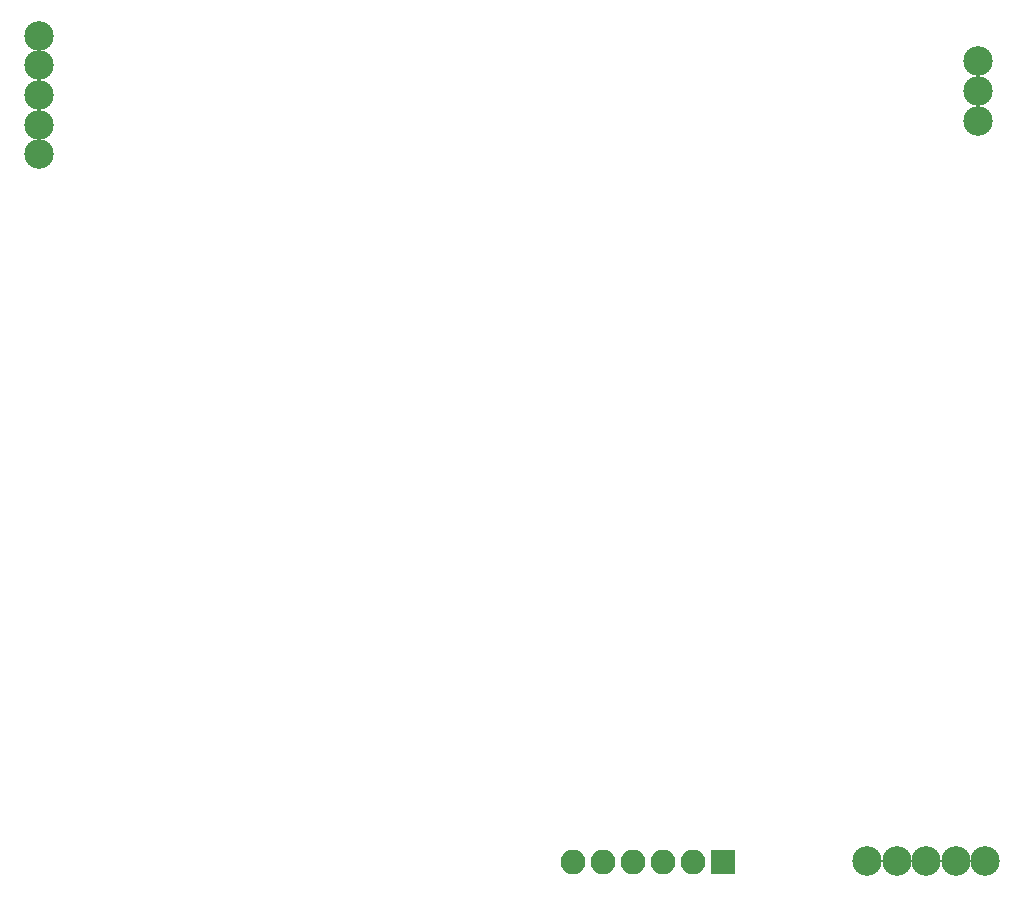
<source format=gbr>
G04 #@! TF.GenerationSoftware,KiCad,Pcbnew,(5.1.2)-1*
G04 #@! TF.CreationDate,2019-07-17T08:56:34-05:00*
G04 #@! TF.ProjectId,8266-dev,38323636-2d64-4657-962e-6b696361645f,rev?*
G04 #@! TF.SameCoordinates,Original*
G04 #@! TF.FileFunction,Soldermask,Bot*
G04 #@! TF.FilePolarity,Negative*
%FSLAX46Y46*%
G04 Gerber Fmt 4.6, Leading zero omitted, Abs format (unit mm)*
G04 Created by KiCad (PCBNEW (5.1.2)-1) date 2019-07-17 08:56:34*
%MOMM*%
%LPD*%
G04 APERTURE LIST*
%ADD10C,2.500000*%
%ADD11R,2.100000X2.100000*%
%ADD12O,2.100000X2.100000*%
G04 APERTURE END LIST*
D10*
X165511480Y-126949200D03*
X168011480Y-126949200D03*
X170511480Y-126949200D03*
X173011480Y-126949200D03*
X175511480Y-126949200D03*
X95417640Y-57104280D03*
X95417640Y-59604280D03*
X95417640Y-62104280D03*
X95417640Y-64604280D03*
X95417640Y-67104280D03*
D11*
X153324560Y-127050800D03*
D12*
X150784560Y-127050800D03*
X148244560Y-127050800D03*
X145704560Y-127050800D03*
X143164560Y-127050800D03*
X140624560Y-127050800D03*
D10*
X174919640Y-59194700D03*
X174919640Y-61734700D03*
X174919640Y-64274700D03*
M02*

</source>
